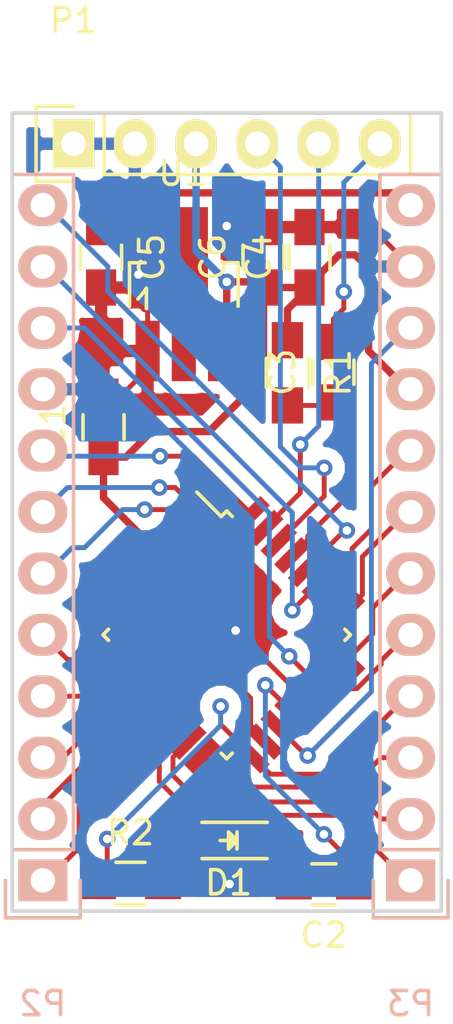
<source format=kicad_pcb>
(kicad_pcb (version 4) (host pcbnew 4.0.1-stable)

  (general
    (links 54)
    (no_connects 0)
    (area 99.799724 94.0002 123.323134 136.9898)
    (thickness 1.6)
    (drawings 4)
    (tracks 250)
    (zones 0)
    (modules 14)
    (nets 32)
  )

  (page A4)
  (layers
    (0 F.Cu signal)
    (31 B.Cu signal)
    (32 B.Adhes user)
    (33 F.Adhes user)
    (34 B.Paste user)
    (35 F.Paste user)
    (36 B.SilkS user)
    (37 F.SilkS user)
    (38 B.Mask user)
    (39 F.Mask user)
    (40 Dwgs.User user)
    (41 Cmts.User user)
    (42 Eco1.User user)
    (43 Eco2.User user)
    (44 Edge.Cuts user)
    (45 Margin user)
    (46 B.CrtYd user hide)
    (47 F.CrtYd user hide)
    (48 B.Fab user hide)
    (49 F.Fab user hide)
  )

  (setup
    (last_trace_width 0.2032)
    (trace_clearance 0.2032)
    (zone_clearance 0.508)
    (zone_45_only no)
    (trace_min 0.1524)
    (segment_width 0.2)
    (edge_width 0.15)
    (via_size 0.6858)
    (via_drill 0.3556)
    (via_min_size 0.6858)
    (via_min_drill 0.3302)
    (uvia_size 0.3)
    (uvia_drill 0.1)
    (uvias_allowed no)
    (uvia_min_size 0.2)
    (uvia_min_drill 0.1)
    (pcb_text_width 0.3)
    (pcb_text_size 1.5 1.5)
    (mod_edge_width 0.15)
    (mod_text_size 1 1)
    (mod_text_width 0.15)
    (pad_size 1.524 1.524)
    (pad_drill 0.762)
    (pad_to_mask_clearance 0.2)
    (aux_axis_origin 0 0)
    (visible_elements FFFFF77F)
    (pcbplotparams
      (layerselection 0x00030_80000001)
      (usegerberextensions false)
      (excludeedgelayer true)
      (linewidth 0.101600)
      (plotframeref false)
      (viasonmask false)
      (mode 1)
      (useauxorigin false)
      (hpglpennumber 1)
      (hpglpenspeed 20)
      (hpglpendiameter 15)
      (hpglpenoverlay 2)
      (psnegative false)
      (psa4output false)
      (plotreference true)
      (plotvalue true)
      (plotinvisibletext false)
      (padsonsilk false)
      (subtractmaskfromsilk false)
      (outputformat 1)
      (mirror false)
      (drillshape 1)
      (scaleselection 1)
      (outputdirectory ""))
  )

  (net 0 "")
  (net 1 VCC)
  (net 2 GND)
  (net 3 /AREF)
  (net 4 DTR)
  (net 5 "Net-(D1-Pad2)")
  (net 6 D3)
  (net 7 D4)
  (net 8 "Net-(IC1-Pad7)")
  (net 9 "Net-(IC1-Pad8)")
  (net 10 D5)
  (net 11 D6)
  (net 12 D7)
  (net 13 D8)
  (net 14 D9)
  (net 15 D10)
  (net 16 MOSI)
  (net 17 MISO)
  (net 18 SCK)
  (net 19 A6)
  (net 20 A7)
  (net 21 A0)
  (net 22 A1)
  (net 23 A2)
  (net 24 A3)
  (net 25 A4)
  (net 26 A5)
  (net 27 RXI)
  (net 28 TXO)
  (net 29 D2)
  (net 30 /RESET)
  (net 31 RAW)

  (net_class Default "This is the default net class."
    (clearance 0.2032)
    (trace_width 0.2032)
    (via_dia 0.6858)
    (via_drill 0.3556)
    (uvia_dia 0.3)
    (uvia_drill 0.1)
    (add_net /AREF)
    (add_net /RESET)
    (add_net A0)
    (add_net A1)
    (add_net A2)
    (add_net A3)
    (add_net A4)
    (add_net A5)
    (add_net A6)
    (add_net A7)
    (add_net D10)
    (add_net D2)
    (add_net D3)
    (add_net D4)
    (add_net D5)
    (add_net D6)
    (add_net D7)
    (add_net D8)
    (add_net D9)
    (add_net DTR)
    (add_net GND)
    (add_net MISO)
    (add_net MOSI)
    (add_net "Net-(D1-Pad2)")
    (add_net "Net-(IC1-Pad7)")
    (add_net "Net-(IC1-Pad8)")
    (add_net RXI)
    (add_net SCK)
    (add_net TXO)
  )

  (net_class RAW ""
    (clearance 0.3048)
    (trace_width 0.3048)
    (via_dia 0.6858)
    (via_drill 0.3556)
    (uvia_dia 0.3)
    (uvia_drill 0.1)
    (add_net RAW)
  )

  (net_class VCC ""
    (clearance 0.3048)
    (trace_width 0.3048)
    (via_dia 0.6858)
    (via_drill 0.3556)
    (uvia_dia 0.3)
    (uvia_drill 0.1)
    (add_net VCC)
  )

  (module Housings_QFP:TQFP-32_7x7mm_Pitch0.8mm placed (layer F.Cu) (tedit 5736FD42) (tstamp 5736F9CD)
    (at 110.49 120.65 315)
    (descr "32-Lead Plastic Thin Quad Flatpack (PT) - 7x7x1.0 mm Body, 2.00 mm [TQFP] (see Microchip Packaging Specification 00000049BS.pdf)")
    (tags "QFP 0.8")
    (path /5736ECBF)
    (clearance 0.2032)
    (attr smd)
    (fp_text reference IC1 (at 0 0 315) (layer F.SilkS) hide
      (effects (font (size 1 1) (thickness 0.15)))
    )
    (fp_text value ATMEGA328P-A (at 0 6.05 315) (layer F.Fab) hide
      (effects (font (size 1 1) (thickness 0.15)))
    )
    (fp_line (start -5.3 -5.3) (end -5.3 5.3) (layer F.CrtYd) (width 0.05))
    (fp_line (start 5.3 -5.3) (end 5.3 5.3) (layer F.CrtYd) (width 0.05))
    (fp_line (start -5.3 -5.3) (end 5.3 -5.3) (layer F.CrtYd) (width 0.05))
    (fp_line (start -5.3 5.3) (end 5.3 5.3) (layer F.CrtYd) (width 0.05))
    (fp_line (start -3.625 -3.625) (end -3.625 -3.3) (layer F.SilkS) (width 0.15))
    (fp_line (start 3.625 -3.625) (end 3.625 -3.3) (layer F.SilkS) (width 0.15))
    (fp_line (start 3.625 3.625) (end 3.625 3.3) (layer F.SilkS) (width 0.15))
    (fp_line (start -3.625 3.625) (end -3.625 3.3) (layer F.SilkS) (width 0.15))
    (fp_line (start -3.625 -3.625) (end -3.3 -3.625) (layer F.SilkS) (width 0.15))
    (fp_line (start -3.625 3.625) (end -3.3 3.625) (layer F.SilkS) (width 0.15))
    (fp_line (start 3.625 3.625) (end 3.3 3.625) (layer F.SilkS) (width 0.15))
    (fp_line (start 3.625 -3.625) (end 3.3 -3.625) (layer F.SilkS) (width 0.15))
    (fp_line (start -3.625 -3.3) (end -5.05 -3.3) (layer F.SilkS) (width 0.15))
    (pad 1 smd rect (at -4.25 -2.8 315) (size 1.6 0.55) (layers F.Cu F.Paste F.Mask)
      (net 6 D3))
    (pad 2 smd rect (at -4.25 -2 315) (size 1.6 0.55) (layers F.Cu F.Paste F.Mask)
      (net 7 D4))
    (pad 3 smd rect (at -4.25 -1.2 315) (size 1.6 0.55) (layers F.Cu F.Paste F.Mask)
      (net 2 GND))
    (pad 4 smd rect (at -4.25 -0.4 315) (size 1.6 0.55) (layers F.Cu F.Paste F.Mask)
      (net 1 VCC))
    (pad 5 smd rect (at -4.25 0.4 315) (size 1.6 0.55) (layers F.Cu F.Paste F.Mask)
      (net 2 GND))
    (pad 6 smd rect (at -4.25 1.2 315) (size 1.6 0.55) (layers F.Cu F.Paste F.Mask)
      (net 1 VCC))
    (pad 7 smd rect (at -4.25 2 315) (size 1.6 0.55) (layers F.Cu F.Paste F.Mask)
      (net 8 "Net-(IC1-Pad7)"))
    (pad 8 smd rect (at -4.25 2.8 315) (size 1.6 0.55) (layers F.Cu F.Paste F.Mask)
      (net 9 "Net-(IC1-Pad8)"))
    (pad 9 smd rect (at -2.8 4.25 45) (size 1.6 0.55) (layers F.Cu F.Paste F.Mask)
      (net 10 D5))
    (pad 10 smd rect (at -2 4.25 45) (size 1.6 0.55) (layers F.Cu F.Paste F.Mask)
      (net 11 D6))
    (pad 11 smd rect (at -1.2 4.25 45) (size 1.6 0.55) (layers F.Cu F.Paste F.Mask)
      (net 12 D7))
    (pad 12 smd rect (at -0.4 4.25 45) (size 1.6 0.55) (layers F.Cu F.Paste F.Mask)
      (net 13 D8))
    (pad 13 smd rect (at 0.4 4.25 45) (size 1.6 0.55) (layers F.Cu F.Paste F.Mask)
      (net 14 D9))
    (pad 14 smd rect (at 1.2 4.25 45) (size 1.6 0.55) (layers F.Cu F.Paste F.Mask)
      (net 15 D10))
    (pad 15 smd rect (at 2 4.25 45) (size 1.6 0.55) (layers F.Cu F.Paste F.Mask)
      (net 16 MOSI))
    (pad 16 smd rect (at 2.8 4.25 45) (size 1.6 0.55) (layers F.Cu F.Paste F.Mask)
      (net 17 MISO))
    (pad 17 smd rect (at 4.25 2.8 315) (size 1.6 0.55) (layers F.Cu F.Paste F.Mask)
      (net 18 SCK))
    (pad 18 smd rect (at 4.25 2 315) (size 1.6 0.55) (layers F.Cu F.Paste F.Mask)
      (net 1 VCC))
    (pad 19 smd rect (at 4.25 1.2 315) (size 1.6 0.55) (layers F.Cu F.Paste F.Mask)
      (net 19 A6))
    (pad 20 smd rect (at 4.25 0.4 315) (size 1.6 0.55) (layers F.Cu F.Paste F.Mask)
      (net 3 /AREF))
    (pad 21 smd rect (at 4.25 -0.4 315) (size 1.6 0.55) (layers F.Cu F.Paste F.Mask)
      (net 2 GND))
    (pad 22 smd rect (at 4.25 -1.2 315) (size 1.6 0.55) (layers F.Cu F.Paste F.Mask)
      (net 20 A7))
    (pad 23 smd rect (at 4.25 -2 315) (size 1.6 0.55) (layers F.Cu F.Paste F.Mask)
      (net 21 A0))
    (pad 24 smd rect (at 4.25 -2.8 315) (size 1.6 0.55) (layers F.Cu F.Paste F.Mask)
      (net 22 A1))
    (pad 25 smd rect (at 2.8 -4.25 45) (size 1.6 0.55) (layers F.Cu F.Paste F.Mask)
      (net 23 A2))
    (pad 26 smd rect (at 2 -4.25 45) (size 1.6 0.55) (layers F.Cu F.Paste F.Mask)
      (net 24 A3))
    (pad 27 smd rect (at 1.2 -4.25 45) (size 1.6 0.55) (layers F.Cu F.Paste F.Mask)
      (net 25 A4))
    (pad 28 smd rect (at 0.4 -4.25 45) (size 1.6 0.55) (layers F.Cu F.Paste F.Mask)
      (net 26 A5))
    (pad 29 smd rect (at -0.4 -4.25 45) (size 1.6 0.55) (layers F.Cu F.Paste F.Mask)
      (net 30 /RESET))
    (pad 30 smd rect (at -1.2 -4.25 45) (size 1.6 0.55) (layers F.Cu F.Paste F.Mask)
      (net 27 RXI))
    (pad 31 smd rect (at -2 -4.25 45) (size 1.6 0.55) (layers F.Cu F.Paste F.Mask)
      (net 28 TXO))
    (pad 32 smd rect (at -2.8 -4.25 45) (size 1.6 0.55) (layers F.Cu F.Paste F.Mask)
      (net 29 D2))
    (model Housings_QFP.3dshapes/TQFP-32_7x7mm_Pitch0.8mm.wrl
      (at (xyz 0 0 0))
      (scale (xyz 1 1 1))
      (rotate (xyz 0 0 0))
    )
  )

  (module Capacitors_SMD:C_0805_HandSoldering placed (layer F.Cu) (tedit 541A9B8D) (tstamp 5736F991)
    (at 105.3846 112.0448 90)
    (descr "Capacitor SMD 0805, hand soldering")
    (tags "capacitor 0805")
    (path /5736F15E)
    (attr smd)
    (fp_text reference C1 (at 0 -2.1 90) (layer F.SilkS)
      (effects (font (size 1 1) (thickness 0.15)))
    )
    (fp_text value 0.1uF (at 0 2.1 90) (layer F.Fab)
      (effects (font (size 1 1) (thickness 0.15)))
    )
    (fp_line (start -2.3 -1) (end 2.3 -1) (layer F.CrtYd) (width 0.05))
    (fp_line (start -2.3 1) (end 2.3 1) (layer F.CrtYd) (width 0.05))
    (fp_line (start -2.3 -1) (end -2.3 1) (layer F.CrtYd) (width 0.05))
    (fp_line (start 2.3 -1) (end 2.3 1) (layer F.CrtYd) (width 0.05))
    (fp_line (start 0.5 -0.85) (end -0.5 -0.85) (layer F.SilkS) (width 0.15))
    (fp_line (start -0.5 0.85) (end 0.5 0.85) (layer F.SilkS) (width 0.15))
    (pad 1 smd rect (at -1.25 0 90) (size 1.5 1.25) (layers F.Cu F.Paste F.Mask)
      (net 1 VCC))
    (pad 2 smd rect (at 1.25 0 90) (size 1.5 1.25) (layers F.Cu F.Paste F.Mask)
      (net 2 GND))
    (model Capacitors_SMD.3dshapes/C_0805_HandSoldering.wrl
      (at (xyz 0 0 0))
      (scale (xyz 1 1 1))
      (rotate (xyz 0 0 0))
    )
  )

  (module Capacitors_SMD:C_0805_HandSoldering placed (layer F.Cu) (tedit 541A9B8D) (tstamp 5736F997)
    (at 114.5159 130.9751 180)
    (descr "Capacitor SMD 0805, hand soldering")
    (tags "capacitor 0805")
    (path /5736EFB7)
    (attr smd)
    (fp_text reference C2 (at 0 -2.1 180) (layer F.SilkS)
      (effects (font (size 1 1) (thickness 0.15)))
    )
    (fp_text value 0.1uF (at 0 2.1 180) (layer F.Fab)
      (effects (font (size 1 1) (thickness 0.15)))
    )
    (fp_line (start -2.3 -1) (end 2.3 -1) (layer F.CrtYd) (width 0.05))
    (fp_line (start -2.3 1) (end 2.3 1) (layer F.CrtYd) (width 0.05))
    (fp_line (start -2.3 -1) (end -2.3 1) (layer F.CrtYd) (width 0.05))
    (fp_line (start 2.3 -1) (end 2.3 1) (layer F.CrtYd) (width 0.05))
    (fp_line (start 0.5 -0.85) (end -0.5 -0.85) (layer F.SilkS) (width 0.15))
    (fp_line (start -0.5 0.85) (end 0.5 0.85) (layer F.SilkS) (width 0.15))
    (pad 1 smd rect (at -1.25 0 180) (size 1.5 1.25) (layers F.Cu F.Paste F.Mask)
      (net 3 /AREF))
    (pad 2 smd rect (at 1.25 0 180) (size 1.5 1.25) (layers F.Cu F.Paste F.Mask)
      (net 2 GND))
    (model Capacitors_SMD.3dshapes/C_0805_HandSoldering.wrl
      (at (xyz 0 0 0))
      (scale (xyz 1 1 1))
      (rotate (xyz 0 0 0))
    )
  )

  (module Capacitors_SMD:C_0805_HandSoldering placed (layer F.Cu) (tedit 541A9B8D) (tstamp 5736F99D)
    (at 114.9096 109.7842 90)
    (descr "Capacitor SMD 0805, hand soldering")
    (tags "capacitor 0805")
    (path /5736F5A2)
    (attr smd)
    (fp_text reference C3 (at 0 -2.1 90) (layer F.SilkS)
      (effects (font (size 1 1) (thickness 0.15)))
    )
    (fp_text value 0.1uF (at 0 2.1 90) (layer F.Fab)
      (effects (font (size 1 1) (thickness 0.15)))
    )
    (fp_line (start -2.3 -1) (end 2.3 -1) (layer F.CrtYd) (width 0.05))
    (fp_line (start -2.3 1) (end 2.3 1) (layer F.CrtYd) (width 0.05))
    (fp_line (start -2.3 -1) (end -2.3 1) (layer F.CrtYd) (width 0.05))
    (fp_line (start 2.3 -1) (end 2.3 1) (layer F.CrtYd) (width 0.05))
    (fp_line (start 0.5 -0.85) (end -0.5 -0.85) (layer F.SilkS) (width 0.15))
    (fp_line (start -0.5 0.85) (end 0.5 0.85) (layer F.SilkS) (width 0.15))
    (pad 1 smd rect (at -1.25 0 90) (size 1.5 1.25) (layers F.Cu F.Paste F.Mask)
      (net 30 /RESET))
    (pad 2 smd rect (at 1.25 0 90) (size 1.5 1.25) (layers F.Cu F.Paste F.Mask)
      (net 4 DTR))
    (model Capacitors_SMD.3dshapes/C_0805_HandSoldering.wrl
      (at (xyz 0 0 0))
      (scale (xyz 1 1 1))
      (rotate (xyz 0 0 0))
    )
  )

  (module Capacitors_SMD:C_0805_HandSoldering placed (layer F.Cu) (tedit 541A9B8D) (tstamp 5736F9A3)
    (at 113.919 105.029 90)
    (descr "Capacitor SMD 0805, hand soldering")
    (tags "capacitor 0805")
    (path /573704E0)
    (attr smd)
    (fp_text reference C4 (at 0 -2.1 90) (layer F.SilkS)
      (effects (font (size 1 1) (thickness 0.15)))
    )
    (fp_text value 10uF (at 0 2.1 90) (layer F.Fab)
      (effects (font (size 1 1) (thickness 0.15)))
    )
    (fp_line (start -2.3 -1) (end 2.3 -1) (layer F.CrtYd) (width 0.05))
    (fp_line (start -2.3 1) (end 2.3 1) (layer F.CrtYd) (width 0.05))
    (fp_line (start -2.3 -1) (end -2.3 1) (layer F.CrtYd) (width 0.05))
    (fp_line (start 2.3 -1) (end 2.3 1) (layer F.CrtYd) (width 0.05))
    (fp_line (start 0.5 -0.85) (end -0.5 -0.85) (layer F.SilkS) (width 0.15))
    (fp_line (start -0.5 0.85) (end 0.5 0.85) (layer F.SilkS) (width 0.15))
    (pad 1 smd rect (at -1.25 0 90) (size 1.5 1.25) (layers F.Cu F.Paste F.Mask)
      (net 1 VCC))
    (pad 2 smd rect (at 1.25 0 90) (size 1.5 1.25) (layers F.Cu F.Paste F.Mask)
      (net 2 GND))
    (model Capacitors_SMD.3dshapes/C_0805_HandSoldering.wrl
      (at (xyz 0 0 0))
      (scale (xyz 1 1 1))
      (rotate (xyz 0 0 0))
    )
  )

  (module LEDs:LED_0805 placed (layer F.Cu) (tedit 55BDE1C2) (tstamp 5736F9A9)
    (at 110.5662 129.159 180)
    (descr "LED 0805 smd package")
    (tags "LED 0805 SMD")
    (path /5736F22A)
    (attr smd)
    (fp_text reference D1 (at 0 -1.75 180) (layer F.SilkS)
      (effects (font (size 1 1) (thickness 0.15)))
    )
    (fp_text value LED (at 0 1.75 180) (layer F.Fab)
      (effects (font (size 1 1) (thickness 0.15)))
    )
    (fp_line (start -1.6 0.75) (end 1.1 0.75) (layer F.SilkS) (width 0.15))
    (fp_line (start -1.6 -0.75) (end 1.1 -0.75) (layer F.SilkS) (width 0.15))
    (fp_line (start -0.1 0.15) (end -0.1 -0.1) (layer F.SilkS) (width 0.15))
    (fp_line (start -0.1 -0.1) (end -0.25 0.05) (layer F.SilkS) (width 0.15))
    (fp_line (start -0.35 -0.35) (end -0.35 0.35) (layer F.SilkS) (width 0.15))
    (fp_line (start 0 0) (end 0.35 0) (layer F.SilkS) (width 0.15))
    (fp_line (start -0.35 0) (end 0 -0.35) (layer F.SilkS) (width 0.15))
    (fp_line (start 0 -0.35) (end 0 0.35) (layer F.SilkS) (width 0.15))
    (fp_line (start 0 0.35) (end -0.35 0) (layer F.SilkS) (width 0.15))
    (fp_line (start 1.9 -0.95) (end 1.9 0.95) (layer F.CrtYd) (width 0.05))
    (fp_line (start 1.9 0.95) (end -1.9 0.95) (layer F.CrtYd) (width 0.05))
    (fp_line (start -1.9 0.95) (end -1.9 -0.95) (layer F.CrtYd) (width 0.05))
    (fp_line (start -1.9 -0.95) (end 1.9 -0.95) (layer F.CrtYd) (width 0.05))
    (pad 2 smd rect (at 1.04902 0) (size 1.19888 1.19888) (layers F.Cu F.Paste F.Mask)
      (net 5 "Net-(D1-Pad2)"))
    (pad 1 smd rect (at -1.04902 0) (size 1.19888 1.19888) (layers F.Cu F.Paste F.Mask)
      (net 2 GND))
    (model LEDs.3dshapes/LED_0805.wrl
      (at (xyz 0 0 0))
      (scale (xyz 1 1 1))
      (rotate (xyz 0 0 0))
    )
  )

  (module Socket_Strips:Socket_Strip_Straight_1x06 placed (layer F.Cu) (tedit 0) (tstamp 5736F9D7)
    (at 104.14 100.33)
    (descr "Through hole socket strip")
    (tags "socket strip")
    (path /5736F7C9)
    (fp_text reference P1 (at 0 -5.1) (layer F.SilkS)
      (effects (font (size 1 1) (thickness 0.15)))
    )
    (fp_text value FTDI (at 0 -3.1) (layer F.Fab)
      (effects (font (size 1 1) (thickness 0.15)))
    )
    (fp_line (start -1.75 -1.75) (end -1.75 1.75) (layer F.CrtYd) (width 0.05))
    (fp_line (start 14.45 -1.75) (end 14.45 1.75) (layer F.CrtYd) (width 0.05))
    (fp_line (start -1.75 -1.75) (end 14.45 -1.75) (layer F.CrtYd) (width 0.05))
    (fp_line (start -1.75 1.75) (end 14.45 1.75) (layer F.CrtYd) (width 0.05))
    (fp_line (start 1.27 1.27) (end 13.97 1.27) (layer F.SilkS) (width 0.15))
    (fp_line (start 13.97 1.27) (end 13.97 -1.27) (layer F.SilkS) (width 0.15))
    (fp_line (start 13.97 -1.27) (end 1.27 -1.27) (layer F.SilkS) (width 0.15))
    (fp_line (start -1.55 1.55) (end 0 1.55) (layer F.SilkS) (width 0.15))
    (fp_line (start 1.27 1.27) (end 1.27 -1.27) (layer F.SilkS) (width 0.15))
    (fp_line (start 0 -1.55) (end -1.55 -1.55) (layer F.SilkS) (width 0.15))
    (fp_line (start -1.55 -1.55) (end -1.55 1.55) (layer F.SilkS) (width 0.15))
    (pad 1 thru_hole rect (at 0 0) (size 1.7272 2.032) (drill 1.016) (layers *.Cu *.Mask F.SilkS)
      (net 2 GND))
    (pad 2 thru_hole oval (at 2.54 0) (size 1.7272 2.032) (drill 1.016) (layers *.Cu *.Mask F.SilkS)
      (net 2 GND))
    (pad 3 thru_hole oval (at 5.08 0) (size 1.7272 2.032) (drill 1.016) (layers *.Cu *.Mask F.SilkS)
      (net 1 VCC))
    (pad 4 thru_hole oval (at 7.62 0) (size 1.7272 2.032) (drill 1.016) (layers *.Cu *.Mask F.SilkS)
      (net 27 RXI))
    (pad 5 thru_hole oval (at 10.16 0) (size 1.7272 2.032) (drill 1.016) (layers *.Cu *.Mask F.SilkS)
      (net 28 TXO))
    (pad 6 thru_hole oval (at 12.7 0) (size 1.7272 2.032) (drill 1.016) (layers *.Cu *.Mask F.SilkS)
      (net 4 DTR))
    (model Socket_Strips.3dshapes/Socket_Strip_Straight_1x06.wrl
      (at (xyz 0.25 0 0))
      (scale (xyz 1 1 1))
      (rotate (xyz 0 0 180))
    )
  )

  (module Pin_Headers:Pin_Header_Straight_1x12 placed (layer B.Cu) (tedit 0) (tstamp 5736F9E7)
    (at 102.87 130.81)
    (descr "Through hole pin header")
    (tags "pin header")
    (path /5736FC5A)
    (fp_text reference P2 (at 0 5.1) (layer B.SilkS)
      (effects (font (size 1 1) (thickness 0.15)) (justify mirror))
    )
    (fp_text value DIGITAL (at 0 3.1) (layer B.Fab)
      (effects (font (size 1 1) (thickness 0.15)) (justify mirror))
    )
    (fp_line (start -1.75 1.75) (end -1.75 -29.7) (layer B.CrtYd) (width 0.05))
    (fp_line (start 1.75 1.75) (end 1.75 -29.7) (layer B.CrtYd) (width 0.05))
    (fp_line (start -1.75 1.75) (end 1.75 1.75) (layer B.CrtYd) (width 0.05))
    (fp_line (start -1.75 -29.7) (end 1.75 -29.7) (layer B.CrtYd) (width 0.05))
    (fp_line (start 1.27 -1.27) (end 1.27 -29.21) (layer B.SilkS) (width 0.15))
    (fp_line (start 1.27 -29.21) (end -1.27 -29.21) (layer B.SilkS) (width 0.15))
    (fp_line (start -1.27 -29.21) (end -1.27 -1.27) (layer B.SilkS) (width 0.15))
    (fp_line (start 1.55 1.55) (end 1.55 0) (layer B.SilkS) (width 0.15))
    (fp_line (start 1.27 -1.27) (end -1.27 -1.27) (layer B.SilkS) (width 0.15))
    (fp_line (start -1.55 0) (end -1.55 1.55) (layer B.SilkS) (width 0.15))
    (fp_line (start -1.55 1.55) (end 1.55 1.55) (layer B.SilkS) (width 0.15))
    (pad 1 thru_hole rect (at 0 0) (size 2.032 1.7272) (drill 1.016) (layers *.Cu *.Mask B.SilkS)
      (net 14 D9))
    (pad 2 thru_hole oval (at 0 -2.54) (size 2.032 1.7272) (drill 1.016) (layers *.Cu *.Mask B.SilkS)
      (net 13 D8))
    (pad 3 thru_hole oval (at 0 -5.08) (size 2.032 1.7272) (drill 1.016) (layers *.Cu *.Mask B.SilkS)
      (net 12 D7))
    (pad 4 thru_hole oval (at 0 -7.62) (size 2.032 1.7272) (drill 1.016) (layers *.Cu *.Mask B.SilkS)
      (net 11 D6))
    (pad 5 thru_hole oval (at 0 -10.16) (size 2.032 1.7272) (drill 1.016) (layers *.Cu *.Mask B.SilkS)
      (net 10 D5))
    (pad 6 thru_hole oval (at 0 -12.7) (size 2.032 1.7272) (drill 1.016) (layers *.Cu *.Mask B.SilkS)
      (net 7 D4))
    (pad 7 thru_hole oval (at 0 -15.24) (size 2.032 1.7272) (drill 1.016) (layers *.Cu *.Mask B.SilkS)
      (net 6 D3))
    (pad 8 thru_hole oval (at 0 -17.78) (size 2.032 1.7272) (drill 1.016) (layers *.Cu *.Mask B.SilkS)
      (net 29 D2))
    (pad 9 thru_hole oval (at 0 -20.32) (size 2.032 1.7272) (drill 1.016) (layers *.Cu *.Mask B.SilkS)
      (net 2 GND))
    (pad 10 thru_hole oval (at 0 -22.86) (size 2.032 1.7272) (drill 1.016) (layers *.Cu *.Mask B.SilkS)
      (net 20 A7))
    (pad 11 thru_hole oval (at 0 -25.4) (size 2.032 1.7272) (drill 1.016) (layers *.Cu *.Mask B.SilkS)
      (net 25 A4))
    (pad 12 thru_hole oval (at 0 -27.94) (size 2.032 1.7272) (drill 1.016) (layers *.Cu *.Mask B.SilkS)
      (net 26 A5))
    (model Pin_Headers.3dshapes/Pin_Header_Straight_1x12.wrl
      (at (xyz 0 -0.55 0))
      (scale (xyz 1 1 1))
      (rotate (xyz 0 0 90))
    )
  )

  (module Pin_Headers:Pin_Header_Straight_1x12 placed (layer B.Cu) (tedit 0) (tstamp 5736F9F7)
    (at 118.11 130.81)
    (descr "Through hole pin header")
    (tags "pin header")
    (path /5736FF21)
    (fp_text reference P3 (at 0 5.1) (layer B.SilkS)
      (effects (font (size 1 1) (thickness 0.15)) (justify mirror))
    )
    (fp_text value CONN_01X12 (at 0 3.1) (layer B.Fab)
      (effects (font (size 1 1) (thickness 0.15)) (justify mirror))
    )
    (fp_line (start -1.75 1.75) (end -1.75 -29.7) (layer B.CrtYd) (width 0.05))
    (fp_line (start 1.75 1.75) (end 1.75 -29.7) (layer B.CrtYd) (width 0.05))
    (fp_line (start -1.75 1.75) (end 1.75 1.75) (layer B.CrtYd) (width 0.05))
    (fp_line (start -1.75 -29.7) (end 1.75 -29.7) (layer B.CrtYd) (width 0.05))
    (fp_line (start 1.27 -1.27) (end 1.27 -29.21) (layer B.SilkS) (width 0.15))
    (fp_line (start 1.27 -29.21) (end -1.27 -29.21) (layer B.SilkS) (width 0.15))
    (fp_line (start -1.27 -29.21) (end -1.27 -1.27) (layer B.SilkS) (width 0.15))
    (fp_line (start 1.55 1.55) (end 1.55 0) (layer B.SilkS) (width 0.15))
    (fp_line (start 1.27 -1.27) (end -1.27 -1.27) (layer B.SilkS) (width 0.15))
    (fp_line (start -1.55 0) (end -1.55 1.55) (layer B.SilkS) (width 0.15))
    (fp_line (start -1.55 1.55) (end 1.55 1.55) (layer B.SilkS) (width 0.15))
    (pad 1 thru_hole rect (at 0 0) (size 2.032 1.7272) (drill 1.016) (layers *.Cu *.Mask B.SilkS)
      (net 15 D10))
    (pad 2 thru_hole oval (at 0 -2.54) (size 2.032 1.7272) (drill 1.016) (layers *.Cu *.Mask B.SilkS)
      (net 16 MOSI))
    (pad 3 thru_hole oval (at 0 -5.08) (size 2.032 1.7272) (drill 1.016) (layers *.Cu *.Mask B.SilkS)
      (net 17 MISO))
    (pad 4 thru_hole oval (at 0 -7.62) (size 2.032 1.7272) (drill 1.016) (layers *.Cu *.Mask B.SilkS)
      (net 18 SCK))
    (pad 5 thru_hole oval (at 0 -10.16) (size 2.032 1.7272) (drill 1.016) (layers *.Cu *.Mask B.SilkS)
      (net 21 A0))
    (pad 6 thru_hole oval (at 0 -12.7) (size 2.032 1.7272) (drill 1.016) (layers *.Cu *.Mask B.SilkS)
      (net 22 A1))
    (pad 7 thru_hole oval (at 0 -15.24) (size 2.032 1.7272) (drill 1.016) (layers *.Cu *.Mask B.SilkS)
      (net 23 A2))
    (pad 8 thru_hole oval (at 0 -17.78) (size 2.032 1.7272) (drill 1.016) (layers *.Cu *.Mask B.SilkS)
      (net 24 A3))
    (pad 9 thru_hole oval (at 0 -20.32) (size 2.032 1.7272) (drill 1.016) (layers *.Cu *.Mask B.SilkS)
      (net 1 VCC))
    (pad 10 thru_hole oval (at 0 -22.86) (size 2.032 1.7272) (drill 1.016) (layers *.Cu *.Mask B.SilkS)
      (net 19 A6))
    (pad 11 thru_hole oval (at 0 -25.4) (size 2.032 1.7272) (drill 1.016) (layers *.Cu *.Mask B.SilkS)
      (net 2 GND))
    (pad 12 thru_hole oval (at 0 -27.94) (size 2.032 1.7272) (drill 1.016) (layers *.Cu *.Mask B.SilkS)
      (net 31 RAW))
    (model Pin_Headers.3dshapes/Pin_Header_Straight_1x12.wrl
      (at (xyz 0 -0.55 0))
      (scale (xyz 1 1 1))
      (rotate (xyz 0 0 90))
    )
  )

  (module Resistors_SMD:R_0805_HandSoldering placed (layer F.Cu) (tedit 54189DEE) (tstamp 5736F9FD)
    (at 113.0046 109.808 270)
    (descr "Resistor SMD 0805, hand soldering")
    (tags "resistor 0805")
    (path /5736F4EB)
    (attr smd)
    (fp_text reference R1 (at 0 -2.1 270) (layer F.SilkS)
      (effects (font (size 1 1) (thickness 0.15)))
    )
    (fp_text value 10K (at 0 2.1 270) (layer F.Fab)
      (effects (font (size 1 1) (thickness 0.15)))
    )
    (fp_line (start -2.4 -1) (end 2.4 -1) (layer F.CrtYd) (width 0.05))
    (fp_line (start -2.4 1) (end 2.4 1) (layer F.CrtYd) (width 0.05))
    (fp_line (start -2.4 -1) (end -2.4 1) (layer F.CrtYd) (width 0.05))
    (fp_line (start 2.4 -1) (end 2.4 1) (layer F.CrtYd) (width 0.05))
    (fp_line (start 0.6 0.875) (end -0.6 0.875) (layer F.SilkS) (width 0.15))
    (fp_line (start -0.6 -0.875) (end 0.6 -0.875) (layer F.SilkS) (width 0.15))
    (pad 1 smd rect (at -1.35 0 270) (size 1.5 1.3) (layers F.Cu F.Paste F.Mask)
      (net 1 VCC))
    (pad 2 smd rect (at 1.35 0 270) (size 1.5 1.3) (layers F.Cu F.Paste F.Mask)
      (net 30 /RESET))
    (model Resistors_SMD.3dshapes/R_0805_HandSoldering.wrl
      (at (xyz 0 0 0))
      (scale (xyz 1 1 1))
      (rotate (xyz 0 0 0))
    )
  )

  (module Resistors_SMD:R_0805_HandSoldering placed (layer F.Cu) (tedit 54189DEE) (tstamp 5736FA03)
    (at 106.5022 130.937)
    (descr "Resistor SMD 0805, hand soldering")
    (tags "resistor 0805")
    (path /5736F2E4)
    (attr smd)
    (fp_text reference R2 (at 0 -2.1) (layer F.SilkS)
      (effects (font (size 1 1) (thickness 0.15)))
    )
    (fp_text value 820 (at 0 2.1) (layer F.Fab)
      (effects (font (size 1 1) (thickness 0.15)))
    )
    (fp_line (start -2.4 -1) (end 2.4 -1) (layer F.CrtYd) (width 0.05))
    (fp_line (start -2.4 1) (end 2.4 1) (layer F.CrtYd) (width 0.05))
    (fp_line (start -2.4 -1) (end -2.4 1) (layer F.CrtYd) (width 0.05))
    (fp_line (start 2.4 -1) (end 2.4 1) (layer F.CrtYd) (width 0.05))
    (fp_line (start 0.6 0.875) (end -0.6 0.875) (layer F.SilkS) (width 0.15))
    (fp_line (start -0.6 -0.875) (end 0.6 -0.875) (layer F.SilkS) (width 0.15))
    (pad 1 smd rect (at -1.35 0) (size 1.5 1.3) (layers F.Cu F.Paste F.Mask)
      (net 18 SCK))
    (pad 2 smd rect (at 1.35 0) (size 1.5 1.3) (layers F.Cu F.Paste F.Mask)
      (net 5 "Net-(D1-Pad2)"))
    (model Resistors_SMD.3dshapes/R_0805_HandSoldering.wrl
      (at (xyz 0 0 0))
      (scale (xyz 1 1 1))
      (rotate (xyz 0 0 0))
    )
  )

  (module Capacitors_SMD:C_0805_HandSoldering (layer F.Cu) (tedit 541A9B8D) (tstamp 573735CB)
    (at 105.283 105.029 270)
    (descr "Capacitor SMD 0805, hand soldering")
    (tags "capacitor 0805")
    (path /57373849)
    (attr smd)
    (fp_text reference C5 (at 0 -2.1 270) (layer F.SilkS)
      (effects (font (size 1 1) (thickness 0.15)))
    )
    (fp_text value 1uF (at 0 2.1 270) (layer F.Fab)
      (effects (font (size 1 1) (thickness 0.15)))
    )
    (fp_line (start -2.3 -1) (end 2.3 -1) (layer F.CrtYd) (width 0.05))
    (fp_line (start -2.3 1) (end 2.3 1) (layer F.CrtYd) (width 0.05))
    (fp_line (start -2.3 -1) (end -2.3 1) (layer F.CrtYd) (width 0.05))
    (fp_line (start 2.3 -1) (end 2.3 1) (layer F.CrtYd) (width 0.05))
    (fp_line (start 0.5 -0.85) (end -0.5 -0.85) (layer F.SilkS) (width 0.15))
    (fp_line (start -0.5 0.85) (end 0.5 0.85) (layer F.SilkS) (width 0.15))
    (pad 1 smd rect (at -1.25 0 270) (size 1.5 1.25) (layers F.Cu F.Paste F.Mask)
      (net 31 RAW))
    (pad 2 smd rect (at 1.25 0 270) (size 1.5 1.25) (layers F.Cu F.Paste F.Mask)
      (net 2 GND))
    (model Capacitors_SMD.3dshapes/C_0805_HandSoldering.wrl
      (at (xyz 0 0 0))
      (scale (xyz 1 1 1))
      (rotate (xyz 0 0 0))
    )
  )

  (module Capacitors_SMD:C_0805_HandSoldering (layer F.Cu) (tedit 541A9B8D) (tstamp 573735D1)
    (at 112.014 105.029 90)
    (descr "Capacitor SMD 0805, hand soldering")
    (tags "capacitor 0805")
    (path /573737E7)
    (attr smd)
    (fp_text reference C6 (at 0 -2.1 90) (layer F.SilkS)
      (effects (font (size 1 1) (thickness 0.15)))
    )
    (fp_text value 1uF (at 0 2.1 90) (layer F.Fab)
      (effects (font (size 1 1) (thickness 0.15)))
    )
    (fp_line (start -2.3 -1) (end 2.3 -1) (layer F.CrtYd) (width 0.05))
    (fp_line (start -2.3 1) (end 2.3 1) (layer F.CrtYd) (width 0.05))
    (fp_line (start -2.3 -1) (end -2.3 1) (layer F.CrtYd) (width 0.05))
    (fp_line (start 2.3 -1) (end 2.3 1) (layer F.CrtYd) (width 0.05))
    (fp_line (start 0.5 -0.85) (end -0.5 -0.85) (layer F.SilkS) (width 0.15))
    (fp_line (start -0.5 0.85) (end 0.5 0.85) (layer F.SilkS) (width 0.15))
    (pad 1 smd rect (at -1.25 0 90) (size 1.5 1.25) (layers F.Cu F.Paste F.Mask)
      (net 1 VCC))
    (pad 2 smd rect (at 1.25 0 90) (size 1.5 1.25) (layers F.Cu F.Paste F.Mask)
      (net 2 GND))
    (model Capacitors_SMD.3dshapes/C_0805_HandSoldering.wrl
      (at (xyz 0 0 0))
      (scale (xyz 1 1 1))
      (rotate (xyz 0 0 0))
    )
  )

  (module TO_SOT_Packages_SMD:SOT89-3_Housing_Handsoldering (layer F.Cu) (tedit 0) (tstamp 573735DA)
    (at 108.712 106.553)
    (descr "SOT89-3, Housing, Handsoldering,")
    (tags "SOT89-3, Housing, Handsoldering,")
    (path /573733AD)
    (attr smd)
    (fp_text reference U1 (at -0.0508 -5.00126) (layer F.SilkS)
      (effects (font (size 1 1) (thickness 0.15)))
    )
    (fp_text value MCP1700T-3302E (at -0.14986 5.30098) (layer F.Fab)
      (effects (font (size 1 1) (thickness 0.15)))
    )
    (fp_line (start -1.89992 0.20066) (end -1.651 -0.09906) (layer F.SilkS) (width 0.15))
    (fp_line (start -1.651 -0.09906) (end -1.5494 -0.24892) (layer F.SilkS) (width 0.15))
    (fp_line (start -1.5494 -0.24892) (end -1.5494 0.59944) (layer F.SilkS) (width 0.15))
    (fp_line (start -2.25044 -1.30048) (end -2.25044 0.50038) (layer F.SilkS) (width 0.15))
    (fp_line (start -2.25044 -1.30048) (end -1.6002 -1.30048) (layer F.SilkS) (width 0.15))
    (fp_line (start 2.25044 -1.30048) (end 2.25044 0.50038) (layer F.SilkS) (width 0.15))
    (fp_line (start 2.25044 -1.30048) (end 1.6002 -1.30048) (layer F.SilkS) (width 0.15))
    (pad 1 smd rect (at -1.50114 2.35204) (size 1.00076 2.5019) (layers F.Cu F.Paste F.Mask)
      (net 2 GND))
    (pad 2 smd rect (at 0 2.35204) (size 1.00076 2.5019) (layers F.Cu F.Paste F.Mask)
      (net 31 RAW))
    (pad 3 smd rect (at 1.50114 2.35204) (size 1.00076 2.5019) (layers F.Cu F.Paste F.Mask)
      (net 1 VCC))
    (pad 2 smd rect (at 0 -1.6002) (size 1.99898 4.0005) (layers F.Cu F.Paste F.Mask)
      (net 31 RAW))
    (pad 2 smd trapezoid (at 0 0.7493 180) (size 1.50114 0.7493) (rect_delta 0 0.50038 ) (layers F.Cu F.Paste F.Mask)
      (net 31 RAW))
    (model TO_SOT_Packages_SMD.3dshapes/SOT89-3_Housing_Handsoldering.wrl
      (at (xyz 0 0 0))
      (scale (xyz 0.3937 0.3937 0.3937))
      (rotate (xyz 0 0 0))
    )
  )

  (gr_line (start 119.38 132.08) (end 101.6 132.08) (angle 90) (layer Edge.Cuts) (width 0.15))
  (gr_line (start 119.38 99.06) (end 119.38 132.08) (angle 90) (layer Edge.Cuts) (width 0.15))
  (gr_line (start 101.6 99.06) (end 119.38 99.06) (angle 90) (layer Edge.Cuts) (width 0.15))
  (gr_line (start 101.6 99.06) (end 101.6 132.08) (angle 90) (layer Edge.Cuts) (width 0.15))

  (segment (start 115.1456 104.9274) (end 115.8113 104.9274) (width 0.3048) (layer F.Cu) (net 1))
  (segment (start 115.8113 104.9274) (end 116.3701 105.4862) (width 0.3048) (layer F.Cu) (net 1))
  (segment (start 113.919 106.279) (end 113.919 106.154) (width 0.3048) (layer F.Cu) (net 1))
  (segment (start 113.919 106.154) (end 115.1456 104.9274) (width 0.3048) (layer F.Cu) (net 1))
  (segment (start 116.3701 108.9025) (end 116.3701 105.4862) (width 0.3048) (layer F.Cu) (net 1))
  (segment (start 118.11 110.49) (end 117.9576 110.49) (width 0.3048) (layer F.Cu) (net 1))
  (segment (start 117.9576 110.49) (end 116.3701 108.9025) (width 0.3048) (layer F.Cu) (net 1))
  (segment (start 106.636268 118.493324) (end 111.429326 123.286382) (width 0.3048) (layer F.Cu) (net 1))
  (segment (start 111.429326 123.286382) (end 111.429326 124.417753) (width 0.3048) (layer F.Cu) (net 1))
  (segment (start 111.429326 124.417753) (end 111.444595 124.433022) (width 0.3048) (layer F.Cu) (net 1))
  (segment (start 111.444595 124.433022) (end 112.08099 125.069417) (width 0.3048) (layer F.Cu) (net 1))
  (segment (start 112.014 107.3338) (end 112.014 106.279) (width 0.3048) (layer F.Cu) (net 1))
  (segment (start 112.014 109.98) (end 112.014 107.3338) (width 0.3048) (layer F.Cu) (net 1))
  (segment (start 109.754 112.24) (end 112.014 109.98) (width 0.3048) (layer F.Cu) (net 1))
  (segment (start 107.3692 112.24) (end 109.754 112.24) (width 0.3048) (layer F.Cu) (net 1))
  (segment (start 106.3144 113.2948) (end 107.3692 112.24) (width 0.3048) (layer F.Cu) (net 1))
  (segment (start 105.3846 113.2948) (end 106.3144 113.2948) (width 0.3048) (layer F.Cu) (net 1))
  (segment (start 107.767639 117.361953) (end 106.8324 116.426714) (width 0.3048) (layer F.Cu) (net 1))
  (segment (start 106.8324 116.426714) (end 105.3846 114.978914) (width 0.3048) (layer F.Cu) (net 1))
  (segment (start 106.636268 118.493324) (end 105.984603 117.841659) (width 0.3048) (layer F.Cu) (net 1))
  (segment (start 105.984603 117.841659) (end 105.984603 117.274511) (width 0.3048) (layer F.Cu) (net 1))
  (segment (start 105.984603 117.274511) (end 106.8324 116.426714) (width 0.3048) (layer F.Cu) (net 1))
  (segment (start 105.3846 114.978914) (end 105.3846 113.2948) (width 0.3048) (layer F.Cu) (net 1))
  (segment (start 112.014 106.279) (end 113.919 106.279) (width 0.3048) (layer F.Cu) (net 1))
  (segment (start 113.919 106.279) (end 113.0046 107.1934) (width 0.3048) (layer F.Cu) (net 1))
  (segment (start 113.0046 107.1934) (end 113.0046 108.458) (width 0.3048) (layer F.Cu) (net 1))
  (segment (start 112.161 106.426) (end 112.014 106.279) (width 0.3048) (layer F.Cu) (net 1))
  (segment (start 110.49 106.045) (end 111.78 106.045) (width 0.3048) (layer F.Cu) (net 1))
  (segment (start 111.78 106.045) (end 112.014 106.279) (width 0.3048) (layer F.Cu) (net 1))
  (segment (start 110.49 106.045) (end 110.49 108.62818) (width 0.3048) (layer F.Cu) (net 1))
  (segment (start 110.49 108.62818) (end 110.21314 108.90504) (width 0.3048) (layer F.Cu) (net 1))
  (segment (start 109.22 100.33) (end 109.22 104.775) (width 0.3048) (layer B.Cu) (net 1))
  (segment (start 109.22 104.775) (end 110.49 106.045) (width 0.3048) (layer B.Cu) (net 1))
  (via (at 110.49 106.045) (size 0.6858) (drill 0.3556) (layers F.Cu B.Cu) (net 1))
  (segment (start 102.87 110.49) (end 105.0798 110.49) (width 0.2032) (layer F.Cu) (net 2))
  (segment (start 105.0798 110.49) (end 105.3846 110.7948) (width 0.2032) (layer F.Cu) (net 2))
  (segment (start 107.21086 108.90504) (end 107.21086 109.65561) (width 0.2032) (layer F.Cu) (net 2))
  (segment (start 107.21086 109.65561) (end 106.07167 110.7948) (width 0.2032) (layer F.Cu) (net 2))
  (segment (start 106.07167 110.7948) (end 105.3846 110.7948) (width 0.2032) (layer F.Cu) (net 2))
  (segment (start 111.252001 120.865901) (end 111.201199 120.815099) (width 0.2032) (layer B.Cu) (net 2))
  (segment (start 111.252001 130.314699) (end 111.252001 120.865901) (width 0.2032) (layer B.Cu) (net 2))
  (segment (start 111.201199 120.815099) (end 110.8583 120.4722) (width 0.2032) (layer B.Cu) (net 2))
  (segment (start 110.6043 130.9624) (end 111.252001 130.314699) (width 0.2032) (layer B.Cu) (net 2))
  (segment (start 106.68 100.33) (end 106.7943 100.4443) (width 0.2032) (layer B.Cu) (net 2))
  (segment (start 106.7943 100.4443) (end 106.7943 105.702098) (width 0.2032) (layer B.Cu) (net 2))
  (segment (start 106.7943 105.702098) (end 106.832402 105.7402) (width 0.2032) (layer B.Cu) (net 2))
  (segment (start 107.175301 106.083099) (end 106.832402 105.7402) (width 0.2032) (layer B.Cu) (net 2))
  (segment (start 111.5949 106.8451) (end 110.7694 107.6706) (width 0.2032) (layer B.Cu) (net 2))
  (segment (start 111.5949 104.8385) (end 111.5949 106.8451) (width 0.2032) (layer B.Cu) (net 2))
  (segment (start 110.49 103.7336) (end 111.5949 104.8385) (width 0.2032) (layer B.Cu) (net 2))
  (segment (start 106.293602 106.279) (end 106.489503 106.083099) (width 0.2032) (layer F.Cu) (net 2))
  (segment (start 108.762802 107.6706) (end 107.175301 106.083099) (width 0.2032) (layer B.Cu) (net 2))
  (segment (start 110.7694 107.6706) (end 108.762802 107.6706) (width 0.2032) (layer B.Cu) (net 2))
  (segment (start 106.489503 106.083099) (end 106.832402 105.7402) (width 0.2032) (layer F.Cu) (net 2))
  (segment (start 107.21086 108.90504) (end 107.21086 106.118658) (width 0.2032) (layer F.Cu) (net 2))
  (segment (start 107.175301 106.083099) (end 106.832402 105.7402) (width 0.2032) (layer F.Cu) (net 2))
  (segment (start 105.283 106.279) (end 106.293602 106.279) (width 0.2032) (layer F.Cu) (net 2))
  (via (at 106.832402 105.7402) (size 0.6858) (drill 0.3556) (layers F.Cu B.Cu) (net 2))
  (segment (start 107.21086 106.118658) (end 107.175301 106.083099) (width 0.2032) (layer F.Cu) (net 2))
  (segment (start 112.014 103.779) (end 110.5354 103.779) (width 0.2032) (layer F.Cu) (net 2))
  (segment (start 110.5354 103.779) (end 110.49 103.7336) (width 0.2032) (layer F.Cu) (net 2))
  (via (at 110.49 103.7336) (size 0.6858) (drill 0.3556) (layers F.Cu B.Cu) (net 2))
  (segment (start 110.8583 115.0239) (end 106.3244 110.49) (width 0.2032) (layer B.Cu) (net 2))
  (segment (start 106.3244 110.49) (end 102.87 110.49) (width 0.2032) (layer B.Cu) (net 2))
  (segment (start 110.8583 120.4722) (end 110.8583 115.0239) (width 0.2032) (layer B.Cu) (net 2))
  (segment (start 107.201953 117.927639) (end 109.746514 120.4722) (width 0.2032) (layer F.Cu) (net 2))
  (segment (start 110.8583 119.321244) (end 110.8583 119.987267) (width 0.2032) (layer F.Cu) (net 2))
  (segment (start 109.746514 120.4722) (end 110.373367 120.4722) (width 0.2032) (layer F.Cu) (net 2))
  (segment (start 110.877886 120.4722) (end 110.8583 120.4722) (width 0.2032) (layer F.Cu) (net 2))
  (segment (start 113.778047 123.372361) (end 110.877886 120.4722) (width 0.2032) (layer F.Cu) (net 2))
  (segment (start 110.373367 120.4722) (end 110.8583 120.4722) (width 0.2032) (layer F.Cu) (net 2))
  (segment (start 110.8583 119.987267) (end 110.8583 120.4722) (width 0.2032) (layer F.Cu) (net 2))
  (segment (start 108.333324 116.796268) (end 110.8583 119.321244) (width 0.2032) (layer F.Cu) (net 2))
  (via (at 110.8583 120.4722) (size 0.6858) (drill 0.3556) (layers F.Cu B.Cu) (net 2))
  (segment (start 113.2659 130.9751) (end 110.617 130.9751) (width 0.2032) (layer F.Cu) (net 2))
  (segment (start 110.617 130.9751) (end 110.6043 130.9624) (width 0.2032) (layer F.Cu) (net 2))
  (via (at 110.6043 130.9624) (size 0.6858) (drill 0.3556) (layers F.Cu B.Cu) (net 2))
  (segment (start 111.61522 129.159) (end 112.6617 129.159) (width 0.2032) (layer F.Cu) (net 2))
  (segment (start 112.6617 129.159) (end 113.2659 129.7632) (width 0.2032) (layer F.Cu) (net 2))
  (segment (start 113.2659 129.7632) (end 113.2659 130.9751) (width 0.2032) (layer F.Cu) (net 2))
  (segment (start 104.14 100.33) (end 106.68 100.33) (width 0.2032) (layer F.Cu) (net 2))
  (segment (start 118.11 105.41) (end 116.5098 103.8098) (width 0.2032) (layer F.Cu) (net 2))
  (segment (start 116.5098 103.8098) (end 114.0132 103.8098) (width 0.2032) (layer F.Cu) (net 2))
  (segment (start 114.0132 103.8098) (end 113.919 103.904) (width 0.2032) (layer F.Cu) (net 2))
  (segment (start 113.919 103.904) (end 113.919 103.779) (width 0.2032) (layer F.Cu) (net 2))
  (segment (start 113.919 103.779) (end 112.014 103.779) (width 0.2032) (layer F.Cu) (net 2))
  (segment (start 114.173001 128.562101) (end 114.5159 128.905) (width 0.2032) (layer B.Cu) (net 3))
  (segment (start 112.0902 122.7328) (end 112.0902 126.4793) (width 0.2032) (layer B.Cu) (net 3))
  (segment (start 114.524 128.905) (end 114.5159 128.905) (width 0.2032) (layer F.Cu) (net 3))
  (segment (start 115.7659 130.1469) (end 114.524 128.905) (width 0.2032) (layer F.Cu) (net 3))
  (segment (start 115.7659 130.9751) (end 115.7659 130.1469) (width 0.2032) (layer F.Cu) (net 3))
  (segment (start 112.0902 126.4793) (end 114.173001 128.562101) (width 0.2032) (layer B.Cu) (net 3))
  (via (at 114.5159 128.905) (size 0.6858) (drill 0.3556) (layers F.Cu B.Cu) (net 3))
  (segment (start 113.212361 123.938047) (end 113.212361 123.854961) (width 0.2032) (layer F.Cu) (net 3))
  (segment (start 113.212361 123.854961) (end 112.0902 122.7328) (width 0.2032) (layer F.Cu) (net 3))
  (via (at 112.0902 122.7328) (size 0.6858) (drill 0.3556) (layers F.Cu B.Cu) (net 3))
  (segment (start 115.3414 106.4514) (end 115.3414 101.9302) (width 0.2032) (layer B.Cu) (net 4))
  (segment (start 116.8908 100.33) (end 116.84 100.33) (width 0.2032) (layer B.Cu) (net 4))
  (segment (start 115.3414 101.9302) (end 116.9162 100.3554) (width 0.2032) (layer B.Cu) (net 4))
  (segment (start 116.9162 100.3554) (end 116.8908 100.33) (width 0.2032) (layer B.Cu) (net 4))
  (segment (start 114.9096 108.5342) (end 114.9096 107.581) (width 0.2032) (layer F.Cu) (net 4))
  (segment (start 114.9096 107.581) (end 115.3414 107.1492) (width 0.2032) (layer F.Cu) (net 4))
  (segment (start 115.3414 107.1492) (end 115.3414 106.4514) (width 0.2032) (layer F.Cu) (net 4))
  (via (at 115.3414 106.4514) (size 0.6858) (drill 0.3556) (layers F.Cu B.Cu) (net 4))
  (segment (start 107.8522 130.937) (end 108.54182 130.937) (width 0.2032) (layer F.Cu) (net 5))
  (segment (start 108.54182 130.937) (end 109.51718 129.96164) (width 0.2032) (layer F.Cu) (net 5))
  (segment (start 109.51718 129.96164) (end 109.51718 129.159) (width 0.2032) (layer F.Cu) (net 5))
  (segment (start 107.696 114.554) (end 103.886 114.554) (width 0.2032) (layer B.Cu) (net 6))
  (segment (start 103.886 114.554) (end 102.87 115.57) (width 0.2032) (layer B.Cu) (net 6))
  (segment (start 109.464695 115.664897) (end 108.353798 114.554) (width 0.2032) (layer F.Cu) (net 6))
  (segment (start 108.353798 114.554) (end 107.696 114.554) (width 0.2032) (layer F.Cu) (net 6))
  (via (at 107.696 114.554) (size 0.6858) (drill 0.3556) (layers F.Cu B.Cu) (net 6))
  (segment (start 107.0864 115.4684) (end 106.172 115.4684) (width 0.2032) (layer B.Cu) (net 7))
  (segment (start 106.172 115.4684) (end 104.5972 117.0432) (width 0.2032) (layer B.Cu) (net 7))
  (segment (start 103.0224 118.11) (end 102.87 118.11) (width 0.2032) (layer B.Cu) (net 7))
  (segment (start 104.5972 117.0432) (end 104.0892 117.0432) (width 0.2032) (layer B.Cu) (net 7))
  (segment (start 104.0892 117.0432) (end 103.0224 118.11) (width 0.2032) (layer B.Cu) (net 7))
  (segment (start 108.89901 116.230583) (end 108.136827 115.4684) (width 0.2032) (layer F.Cu) (net 7))
  (segment (start 108.136827 115.4684) (end 107.0864 115.4684) (width 0.2032) (layer F.Cu) (net 7))
  (via (at 107.0864 115.4684) (size 0.6858) (drill 0.3556) (layers F.Cu B.Cu) (net 7))
  (segment (start 105.504897 121.675305) (end 103.895305 121.675305) (width 0.2032) (layer F.Cu) (net 10))
  (segment (start 103.895305 121.675305) (end 102.87 120.65) (width 0.2032) (layer F.Cu) (net 10))
  (segment (start 106.070583 122.24099) (end 105.121573 123.19) (width 0.2032) (layer F.Cu) (net 11))
  (segment (start 105.121573 123.19) (end 102.87 123.19) (width 0.2032) (layer F.Cu) (net 11))
  (segment (start 106.636268 122.806676) (end 103.712944 125.73) (width 0.2032) (layer F.Cu) (net 12))
  (segment (start 103.712944 125.73) (end 102.87 125.73) (width 0.2032) (layer F.Cu) (net 12))
  (segment (start 107.201953 123.372361) (end 102.87 127.704314) (width 0.2032) (layer F.Cu) (net 13))
  (segment (start 102.87 127.704314) (end 102.87 128.27) (width 0.2032) (layer F.Cu) (net 13))
  (segment (start 107.767639 123.938047) (end 104.3686 127.337086) (width 0.2032) (layer F.Cu) (net 14))
  (segment (start 103.0224 130.81) (end 102.87 130.81) (width 0.2032) (layer F.Cu) (net 14))
  (segment (start 104.3686 127.337086) (end 104.3686 129.4638) (width 0.2032) (layer F.Cu) (net 14))
  (segment (start 104.3686 129.4638) (end 103.0224 130.81) (width 0.2032) (layer F.Cu) (net 14))
  (segment (start 118.11 130.81) (end 117.9576 130.81) (width 0.2032) (layer F.Cu) (net 15))
  (segment (start 117.9576 130.81) (end 115.2652 128.1176) (width 0.2032) (layer F.Cu) (net 15))
  (segment (start 115.2652 128.1176) (end 109.093 128.1176) (width 0.2032) (layer F.Cu) (net 15))
  (segment (start 109.093 128.1176) (end 107.696929 126.721529) (width 0.2032) (layer F.Cu) (net 15))
  (segment (start 107.696929 126.721529) (end 107.696929 125.140127) (width 0.2032) (layer F.Cu) (net 15))
  (segment (start 107.696929 125.140127) (end 108.333324 124.503732) (width 0.2032) (layer F.Cu) (net 15))
  (segment (start 108.89901 125.069417) (end 108.262615 125.705812) (width 0.2032) (layer F.Cu) (net 16))
  (segment (start 108.262615 125.705812) (end 108.262615 126.474415) (width 0.2032) (layer F.Cu) (net 16))
  (segment (start 116.186199 127.565399) (end 116.8908 128.27) (width 0.2032) (layer F.Cu) (net 16))
  (segment (start 108.262615 126.474415) (end 109.353599 127.565399) (width 0.2032) (layer F.Cu) (net 16))
  (segment (start 109.353599 127.565399) (end 116.186199 127.565399) (width 0.2032) (layer F.Cu) (net 16))
  (segment (start 116.8908 128.27) (end 118.11 128.27) (width 0.2032) (layer F.Cu) (net 16))
  (segment (start 109.464695 125.635103) (end 110.778792 126.9492) (width 0.2032) (layer F.Cu) (net 17))
  (segment (start 110.778792 126.9492) (end 115.6716 126.9492) (width 0.2032) (layer F.Cu) (net 17))
  (segment (start 115.6716 126.9492) (end 116.8908 125.73) (width 0.2032) (layer F.Cu) (net 17))
  (segment (start 116.8908 125.73) (end 118.11 125.73) (width 0.2032) (layer F.Cu) (net 17))
  (segment (start 110.236 124.355798) (end 110.236 124.094033) (width 0.2032) (layer F.Cu) (net 18))
  (segment (start 110.236 124.094033) (end 110.236 123.6091) (width 0.2032) (layer F.Cu) (net 18))
  (segment (start 111.515305 125.635103) (end 110.236 124.355798) (width 0.2032) (layer F.Cu) (net 18))
  (segment (start 110.236 124.094033) (end 110.236 123.6091) (width 0.2032) (layer B.Cu) (net 18))
  (segment (start 110.236 124.3965) (end 110.236 124.094033) (width 0.2032) (layer B.Cu) (net 18))
  (segment (start 105.537 129.0955) (end 110.236 124.3965) (width 0.2032) (layer B.Cu) (net 18))
  (via (at 110.236 123.6091) (size 0.6858) (drill 0.3556) (layers F.Cu B.Cu) (net 18))
  (segment (start 105.537 129.0955) (end 105.537 130.5522) (width 0.2032) (layer F.Cu) (net 18))
  (segment (start 105.537 130.5522) (end 105.1522 130.937) (width 0.2032) (layer F.Cu) (net 18))
  (via (at 105.537 129.0955) (size 0.6858) (drill 0.3556) (layers F.Cu B.Cu) (net 18))
  (segment (start 111.515305 125.635103) (end 112.296002 126.4158) (width 0.2032) (layer F.Cu) (net 18))
  (segment (start 114.7318 126.4158) (end 117.9576 123.19) (width 0.2032) (layer F.Cu) (net 18))
  (segment (start 112.296002 126.4158) (end 114.7318 126.4158) (width 0.2032) (layer F.Cu) (net 18))
  (segment (start 117.9576 123.19) (end 118.11 123.19) (width 0.2032) (layer F.Cu) (net 18))
  (segment (start 116.4844 109.4232) (end 116.4844 123.004322) (width 0.2032) (layer B.Cu) (net 19))
  (segment (start 117.9576 107.95) (end 116.4844 109.4232) (width 0.2032) (layer B.Cu) (net 19))
  (segment (start 113.788866 125.645922) (end 113.8428 125.645922) (width 0.2032) (layer F.Cu) (net 19))
  (segment (start 114.185699 125.303023) (end 113.8428 125.645922) (width 0.2032) (layer B.Cu) (net 19))
  (segment (start 116.4844 123.004322) (end 114.185699 125.303023) (width 0.2032) (layer B.Cu) (net 19))
  (segment (start 112.646676 124.503732) (end 113.788866 125.645922) (width 0.2032) (layer F.Cu) (net 19))
  (segment (start 118.11 107.95) (end 117.9576 107.95) (width 0.2032) (layer B.Cu) (net 19))
  (via (at 113.8428 125.645922) (size 0.6858) (drill 0.3556) (layers F.Cu B.Cu) (net 19))
  (segment (start 113.0808 121.539) (end 112.2553 120.7135) (width 0.2032) (layer B.Cu) (net 20))
  (segment (start 112.2553 120.7135) (end 112.2553 115.6081) (width 0.2032) (layer B.Cu) (net 20))
  (segment (start 112.2553 115.6081) (end 104.5972 107.95) (width 0.2032) (layer B.Cu) (net 20))
  (segment (start 104.5972 107.95) (end 102.87 107.95) (width 0.2032) (layer B.Cu) (net 20))
  (segment (start 114.343732 122.806676) (end 114.343732 122.801932) (width 0.2032) (layer F.Cu) (net 20))
  (segment (start 114.343732 122.801932) (end 113.0808 121.539) (width 0.2032) (layer F.Cu) (net 20))
  (via (at 113.0808 121.539) (size 0.6858) (drill 0.3556) (layers F.Cu B.Cu) (net 20))
  (segment (start 114.909417 122.24099) (end 115.545812 122.877385) (width 0.2032) (layer F.Cu) (net 21))
  (segment (start 115.882615 122.877385) (end 116.8908 121.8692) (width 0.2032) (layer F.Cu) (net 21))
  (segment (start 116.8908 121.7168) (end 117.9576 120.65) (width 0.2032) (layer F.Cu) (net 21))
  (segment (start 115.545812 122.877385) (end 115.882615 122.877385) (width 0.2032) (layer F.Cu) (net 21))
  (segment (start 116.8908 121.8692) (end 116.8908 121.7168) (width 0.2032) (layer F.Cu) (net 21))
  (segment (start 117.9576 120.65) (end 118.11 120.65) (width 0.2032) (layer F.Cu) (net 21))
  (segment (start 115.475103 121.675305) (end 116.540053 120.610355) (width 0.2032) (layer F.Cu) (net 22))
  (segment (start 116.540053 120.610355) (end 116.540053 119.527547) (width 0.2032) (layer F.Cu) (net 22))
  (segment (start 116.540053 119.527547) (end 117.9576 118.11) (width 0.2032) (layer F.Cu) (net 22))
  (segment (start 117.9576 118.11) (end 118.11 118.11) (width 0.2032) (layer F.Cu) (net 22))
  (segment (start 115.475103 119.624695) (end 116.111498 118.9883) (width 0.2032) (layer F.Cu) (net 23))
  (segment (start 116.111498 118.9883) (end 116.111498 117.416102) (width 0.2032) (layer F.Cu) (net 23))
  (segment (start 116.111498 117.416102) (end 117.9576 115.57) (width 0.2032) (layer F.Cu) (net 23))
  (segment (start 117.9576 115.57) (end 118.11 115.57) (width 0.2032) (layer F.Cu) (net 23))
  (segment (start 114.909417 119.05901) (end 115.684302 118.284125) (width 0.2032) (layer F.Cu) (net 24))
  (segment (start 115.684302 118.284125) (end 115.684302 117.074698) (width 0.2032) (layer F.Cu) (net 24))
  (segment (start 115.684302 117.074698) (end 116.4844 116.2746) (width 0.2032) (layer F.Cu) (net 24))
  (segment (start 116.4844 116.2746) (end 116.4844 114.5032) (width 0.2032) (layer F.Cu) (net 24))
  (segment (start 116.4844 114.5032) (end 117.9576 113.03) (width 0.2032) (layer F.Cu) (net 24))
  (segment (start 117.9576 113.03) (end 118.11 113.03) (width 0.2032) (layer F.Cu) (net 24))
  (segment (start 113.2078 119.634) (end 113.2078 115.5954) (width 0.2032) (layer B.Cu) (net 25))
  (segment (start 113.2078 115.5954) (end 103.0224 105.41) (width 0.2032) (layer B.Cu) (net 25))
  (segment (start 103.0224 105.41) (end 102.87 105.41) (width 0.2032) (layer B.Cu) (net 25))
  (segment (start 114.343732 118.493324) (end 114.343732 118.498068) (width 0.2032) (layer F.Cu) (net 25))
  (segment (start 114.343732 118.498068) (end 113.2078 119.634) (width 0.2032) (layer F.Cu) (net 25))
  (via (at 113.2078 119.634) (size 0.6858) (drill 0.3556) (layers F.Cu B.Cu) (net 25))
  (segment (start 115.4684 116.332) (end 105.5624 106.426) (width 0.2032) (layer B.Cu) (net 26))
  (segment (start 103.0224 102.87) (end 102.87 102.87) (width 0.2032) (layer B.Cu) (net 26))
  (segment (start 105.5624 106.426) (end 105.5624 105.41) (width 0.2032) (layer B.Cu) (net 26))
  (segment (start 105.5624 105.41) (end 103.0224 102.87) (width 0.2032) (layer B.Cu) (net 26))
  (via (at 115.4684 116.332) (size 0.6858) (drill 0.3556) (layers F.Cu B.Cu) (net 26))
  (segment (start 113.778047 117.927639) (end 115.373686 116.332) (width 0.2032) (layer F.Cu) (net 26))
  (segment (start 115.373686 116.332) (end 115.4684 116.332) (width 0.2032) (layer F.Cu) (net 26))
  (segment (start 113.778047 117.927639) (end 113.796561 117.927639) (width 0.2032) (layer F.Cu) (net 26))
  (segment (start 111.76 100.33) (end 112.7125 101.2825) (width 0.2032) (layer B.Cu) (net 27))
  (segment (start 112.7125 101.2825) (end 112.7125 112.867233) (width 0.2032) (layer B.Cu) (net 27))
  (segment (start 112.7125 112.867233) (end 113.586467 113.7412) (width 0.2032) (layer B.Cu) (net 27))
  (segment (start 113.586467 113.7412) (end 114.043667 113.7412) (width 0.2032) (layer B.Cu) (net 27))
  (segment (start 114.043667 113.7412) (end 114.5286 113.7412) (width 0.2032) (layer B.Cu) (net 27))
  (segment (start 114.5286 114.226133) (end 114.5286 113.7412) (width 0.2032) (layer F.Cu) (net 27))
  (segment (start 112.646676 116.796268) (end 114.5286 114.914344) (width 0.2032) (layer F.Cu) (net 27))
  (via (at 114.5286 113.7412) (size 0.6858) (drill 0.3556) (layers F.Cu B.Cu) (net 27))
  (segment (start 114.5286 114.914344) (end 114.5286 114.226133) (width 0.2032) (layer F.Cu) (net 27))
  (segment (start 113.538 114.773573) (end 113.538 113.260935) (width 0.2032) (layer F.Cu) (net 28))
  (segment (start 112.08099 116.230583) (end 113.538 114.773573) (width 0.2032) (layer F.Cu) (net 28))
  (segment (start 113.880899 112.433103) (end 113.538 112.776002) (width 0.2032) (layer B.Cu) (net 28))
  (segment (start 114.3 112.014002) (end 113.880899 112.433103) (width 0.2032) (layer B.Cu) (net 28))
  (via (at 113.538 112.776002) (size 0.6858) (drill 0.3556) (layers F.Cu B.Cu) (net 28))
  (segment (start 114.3 100.33) (end 114.3 112.014002) (width 0.2032) (layer B.Cu) (net 28))
  (segment (start 113.538 113.260935) (end 113.538 112.776002) (width 0.2032) (layer F.Cu) (net 28))
  (segment (start 107.7214 113.2586) (end 103.0986 113.2586) (width 0.2032) (layer B.Cu) (net 29))
  (segment (start 103.0986 113.2586) (end 102.87 113.03) (width 0.2032) (layer B.Cu) (net 29))
  (segment (start 111.515305 115.664897) (end 109.109008 113.2586) (width 0.2032) (layer F.Cu) (net 29))
  (segment (start 109.109008 113.2586) (end 107.7214 113.2586) (width 0.2032) (layer F.Cu) (net 29))
  (via (at 107.7214 113.2586) (size 0.6858) (drill 0.3556) (layers F.Cu B.Cu) (net 29))
  (segment (start 103.0224 113.03) (end 102.87 113.03) (width 0.2032) (layer F.Cu) (net 29))
  (segment (start 113.848756 116.725558) (end 113.212361 117.361953) (width 0.2032) (layer F.Cu) (net 30))
  (segment (start 113.848756 116.561244) (end 113.848756 116.725558) (width 0.2032) (layer F.Cu) (net 30))
  (segment (start 115.7378 114.6722) (end 113.848756 116.561244) (width 0.2032) (layer F.Cu) (net 30))
  (segment (start 114.9096 111.1592) (end 115.7378 111.9874) (width 0.2032) (layer F.Cu) (net 30))
  (segment (start 114.9096 111.0342) (end 114.9096 111.1592) (width 0.2032) (layer F.Cu) (net 30))
  (segment (start 115.7378 111.9874) (end 115.7378 114.6722) (width 0.2032) (layer F.Cu) (net 30))
  (segment (start 113.0046 111.158) (end 114.7858 111.158) (width 0.2032) (layer F.Cu) (net 30))
  (segment (start 114.7858 111.158) (end 114.9096 111.0342) (width 0.2032) (layer F.Cu) (net 30))
  (segment (start 108.712 108.90504) (end 108.712 107.3023) (width 0.3048) (layer F.Cu) (net 31))
  (segment (start 108.712 104.9528) (end 108.712 108.90504) (width 0.3048) (layer F.Cu) (net 31))
  (segment (start 105.283 103.779) (end 108.478 103.779) (width 0.3048) (layer F.Cu) (net 31))
  (segment (start 108.478 103.779) (end 108.712 104.013) (width 0.3048) (layer F.Cu) (net 31))
  (segment (start 108.712 104.013) (end 108.712 104.9528) (width 0.3048) (layer F.Cu) (net 31))
  (segment (start 118.11 102.87) (end 117.602 102.362) (width 0.3048) (layer F.Cu) (net 31))
  (segment (start 117.602 102.362) (end 105.791 102.362) (width 0.3048) (layer F.Cu) (net 31))
  (segment (start 105.791 102.362) (end 105.283 102.87) (width 0.3048) (layer F.Cu) (net 31))
  (segment (start 105.283 102.87) (end 105.283 103.779) (width 0.3048) (layer F.Cu) (net 31))

  (zone (net 2) (net_name GND) (layer F.Cu) (tstamp 0) (hatch edge 0.508)
    (connect_pads (clearance 0.508))
    (min_thickness 0.254)
    (fill yes (arc_segments 16) (thermal_gap 0.508) (thermal_bridge_width 0.508))
    (polygon
      (pts
        (xy 101.6 99.06) (xy 119.38 99.06) (xy 119.38 132.08) (xy 101.6 132.08)
      )
    )
    (filled_polygon
      (pts
        (xy 113.537831 129.098663) (xy 113.686393 129.458212) (xy 113.942833 129.7151) (xy 113.55165 129.7151) (xy 113.3929 129.87385)
        (xy 113.3929 130.8481) (xy 113.4129 130.8481) (xy 113.4129 131.1021) (xy 113.3929 131.1021) (xy 113.3929 131.1221)
        (xy 113.1389 131.1221) (xy 113.1389 131.1021) (xy 112.03965 131.1021) (xy 111.8809 131.26085) (xy 111.8809 131.37)
        (xy 109.24964 131.37) (xy 109.24964 131.27089) (xy 110.038035 130.482495) (xy 110.089228 130.40588) (xy 110.11662 130.40588)
        (xy 110.351937 130.361602) (xy 110.568061 130.22253) (xy 110.573656 130.214341) (xy 110.656082 130.296767) (xy 110.889471 130.39344)
        (xy 111.32947 130.39344) (xy 111.48822 130.23469) (xy 111.48822 129.286) (xy 111.74222 129.286) (xy 111.74222 130.23469)
        (xy 111.8809 130.37337) (xy 111.8809 130.68935) (xy 112.03965 130.8481) (xy 113.1389 130.8481) (xy 113.1389 129.87385)
        (xy 112.98015 129.7151) (xy 112.84966 129.7151) (xy 112.84966 129.44475) (xy 112.69091 129.286) (xy 111.74222 129.286)
        (xy 111.48822 129.286) (xy 111.46822 129.286) (xy 111.46822 129.032) (xy 111.48822 129.032) (xy 111.48822 129.012)
        (xy 111.74222 129.012) (xy 111.74222 129.032) (xy 112.69091 129.032) (xy 112.84966 128.87325) (xy 112.84966 128.8542)
        (xy 113.538044 128.8542)
      )
    )
    (filled_polygon
      (pts
        (xy 110.686265 116.882846) (xy 110.795138 116.957236) (xy 110.863041 117.059623) (xy 111.25195 117.448532) (xy 111.360826 117.522924)
        (xy 111.428727 117.625308) (xy 111.817636 118.014217) (xy 111.92651 118.088608) (xy 111.994412 118.190993) (xy 112.383321 118.579902)
        (xy 112.492196 118.654293) (xy 112.560098 118.756679) (xy 112.63123 118.827811) (xy 112.37926 119.079341) (xy 112.23007 119.43863)
        (xy 112.229731 119.827663) (xy 112.378293 120.187212) (xy 112.653141 120.46254) (xy 112.890099 120.560934) (xy 112.887137 120.560931)
        (xy 112.527588 120.709493) (xy 112.25226 120.984341) (xy 112.10307 121.34363) (xy 112.102731 121.732663) (xy 112.111927 121.754919)
        (xy 111.896537 121.754731) (xy 111.536988 121.903293) (xy 111.348224 122.091728) (xy 108.023805 118.767309) (xy 108.019713 118.745563)
        (xy 108.129926 118.769471) (xy 108.285059 118.740281) (xy 108.418707 118.740281) (xy 108.50042 118.658568) (xy 108.508888 118.638125)
        (xy 108.596679 118.579902) (xy 108.985588 118.190993) (xy 109.046268 118.102184) (xy 109.064253 118.094735) (xy 109.145966 118.013022)
        (xy 109.145966 117.876694) (xy 109.175157 117.742128) (xy 109.151085 117.614193) (xy 109.261297 117.638101) (xy 109.416435 117.60891)
        (xy 109.550078 117.60891) (xy 109.631791 117.527197) (xy 109.640258 117.506755) (xy 109.72805 117.448532) (xy 110.116959 117.059623)
        (xy 110.191351 116.950747) (xy 110.293735 116.882846) (xy 110.49 116.686581)
      )
    )
    (filled_polygon
      (pts
        (xy 107.06507 106.95305) (xy 107.075771 107.009919) (xy 107.075351 107.049402) (xy 107.083858 107.070157) (xy 107.083858 107.177838)
        (xy 106.92511 107.01909) (xy 106.584171 107.01909) (xy 106.543 107.036144) (xy 106.543 106.56475) (xy 106.38425 106.406)
        (xy 105.41 106.406) (xy 105.41 107.50525) (xy 105.56875 107.664) (xy 106.03431 107.664) (xy 106.07548 107.646947)
        (xy 106.07548 108.61929) (xy 106.23423 108.77804) (xy 107.08386 108.77804) (xy 107.08386 108.75804) (xy 107.33786 108.75804)
        (xy 107.33786 108.77804) (xy 107.35786 108.77804) (xy 107.35786 109.03204) (xy 107.33786 109.03204) (xy 107.33786 110.63224)
        (xy 107.49661 110.79099) (xy 107.837549 110.79099) (xy 107.948759 110.744925) (xy 107.95973 110.752421) (xy 108.21162 110.80343)
        (xy 109.21238 110.80343) (xy 109.447697 110.759152) (xy 109.459554 110.751522) (xy 109.46087 110.752421) (xy 109.71276 110.80343)
        (xy 110.077018 110.80343) (xy 109.427848 111.4526) (xy 107.3692 111.4526) (xy 107.067875 111.512537) (xy 106.812424 111.683224)
        (xy 106.431272 112.064376) (xy 106.405594 112.046831) (xy 106.547927 111.904498) (xy 106.6446 111.671109) (xy 106.6446 111.08055)
        (xy 106.48585 110.9218) (xy 105.5116 110.9218) (xy 105.5116 110.9418) (xy 105.2576 110.9418) (xy 105.2576 110.9218)
        (xy 105.2376 110.9218) (xy 105.2376 110.6678) (xy 105.2576 110.6678) (xy 105.2576 109.56855) (xy 105.5116 109.56855)
        (xy 105.5116 110.6678) (xy 106.324265 110.6678) (xy 106.350782 110.694317) (xy 106.584171 110.79099) (xy 106.92511 110.79099)
        (xy 107.08386 110.63224) (xy 107.08386 109.03204) (xy 106.23423 109.03204) (xy 106.07548 109.19079) (xy 106.07548 109.4098)
        (xy 105.67035 109.4098) (xy 105.5116 109.56855) (xy 105.2576 109.56855) (xy 105.09885 109.4098) (xy 104.63329 109.4098)
        (xy 104.399901 109.506473) (xy 104.252488 109.653887) (xy 104.220732 109.587964) (xy 103.804931 109.216461) (xy 104.114415 109.00967)
        (xy 104.439271 108.523489) (xy 104.553345 107.95) (xy 104.493292 107.648095) (xy 104.53169 107.664) (xy 104.99725 107.664)
        (xy 105.156 107.50525) (xy 105.156 106.406) (xy 105.136 106.406) (xy 105.136 106.152) (xy 105.156 106.152)
        (xy 105.156 106.132) (xy 105.41 106.132) (xy 105.41 106.152) (xy 106.38425 106.152) (xy 106.543 105.99325)
        (xy 106.543 105.402691) (xy 106.446327 105.169302) (xy 106.30509 105.028064) (xy 106.359441 104.99309) (xy 106.504431 104.78089)
        (xy 106.547866 104.5664) (xy 107.06507 104.5664)
      )
    )
    (filled_polygon
      (pts
        (xy 102.997 110.363) (xy 103.017 110.363) (xy 103.017 110.617) (xy 102.997 110.617) (xy 102.997 110.637)
        (xy 102.743 110.637) (xy 102.743 110.617) (xy 102.723 110.617) (xy 102.723 110.363) (xy 102.743 110.363)
        (xy 102.743 110.343) (xy 102.997 110.343)
      )
    )
    (filled_polygon
      (pts
        (xy 118.237 105.283) (xy 118.257 105.283) (xy 118.257 105.537) (xy 118.237 105.537) (xy 118.237 105.557)
        (xy 117.983 105.557) (xy 117.983 105.537) (xy 117.963 105.537) (xy 117.963 105.283) (xy 117.983 105.283)
        (xy 117.983 105.263) (xy 118.237 105.263)
      )
    )
    (filled_polygon
      (pts
        (xy 110.754 103.49325) (xy 110.91275 103.652) (xy 111.887 103.652) (xy 111.887 103.632) (xy 112.141 103.632)
        (xy 112.141 103.652) (xy 113.792 103.652) (xy 113.792 103.632) (xy 114.046 103.632) (xy 114.046 103.652)
        (xy 115.02025 103.652) (xy 115.179 103.49325) (xy 115.179 103.1494) (xy 116.482231 103.1494) (xy 116.540729 103.443489)
        (xy 116.865585 103.92967) (xy 117.175069 104.136461) (xy 116.759268 104.507964) (xy 116.67674 104.679288) (xy 116.368076 104.370624)
        (xy 116.112625 104.199937) (xy 115.8113 104.14) (xy 115.179 104.14) (xy 115.179 104.06475) (xy 115.02025 103.906)
        (xy 114.046 103.906) (xy 114.046 103.926) (xy 113.792 103.926) (xy 113.792 103.906) (xy 112.141 103.906)
        (xy 112.141 103.926) (xy 111.887 103.926) (xy 111.887 103.906) (xy 110.91275 103.906) (xy 110.754 104.06475)
        (xy 110.754 104.655309) (xy 110.850673 104.888698) (xy 110.99191 105.029936) (xy 110.937559 105.06491) (xy 110.880566 105.148322)
        (xy 110.68537 105.06727) (xy 110.35893 105.066986) (xy 110.35893 103.1494) (xy 110.754 103.1494)
      )
    )
    (filled_polygon
      (pts
        (xy 102.6414 100.04425) (xy 102.80015 100.203) (xy 104.013 100.203) (xy 104.013 100.183) (xy 104.267 100.183)
        (xy 104.267 100.203) (xy 106.553 100.203) (xy 106.553 100.183) (xy 106.807 100.183) (xy 106.807 100.203)
        (xy 106.827 100.203) (xy 106.827 100.457) (xy 106.807 100.457) (xy 106.807 100.477) (xy 106.553 100.477)
        (xy 106.553 100.457) (xy 104.267 100.457) (xy 104.267 100.477) (xy 104.013 100.477) (xy 104.013 100.457)
        (xy 102.80015 100.457) (xy 102.6414 100.61575) (xy 102.6414 101.380123) (xy 102.31 101.446043) (xy 102.31 99.77)
        (xy 102.6414 99.77)
      )
    )
  )
  (zone (net 2) (net_name GND) (layer B.Cu) (tstamp 0) (hatch edge 0.508)
    (connect_pads (clearance 0.508))
    (min_thickness 0.254)
    (fill yes (arc_segments 16) (thermal_gap 0.508) (thermal_bridge_width 0.508))
    (polygon
      (pts
        (xy 101.6 99.06) (xy 119.38 99.06) (xy 119.38 132.08) (xy 101.6 132.08)
      )
    )
    (filled_polygon
      (pts
        (xy 111.5187 115.91321) (xy 111.5187 120.7135) (xy 111.57477 120.995385) (xy 111.734445 121.234355) (xy 112.102844 121.602754)
        (xy 112.102731 121.732663) (xy 112.111927 121.754919) (xy 111.896537 121.754731) (xy 111.536988 121.903293) (xy 111.26166 122.178141)
        (xy 111.11247 122.53743) (xy 111.112131 122.926463) (xy 111.260693 123.286012) (xy 111.3536 123.379081) (xy 111.3536 126.4793)
        (xy 111.40967 126.761185) (xy 111.569345 127.000155) (xy 113.537944 128.968754) (xy 113.537831 129.098663) (xy 113.686393 129.458212)
        (xy 113.961241 129.73354) (xy 114.32053 129.88273) (xy 114.709563 129.883069) (xy 115.069112 129.734507) (xy 115.34444 129.459659)
        (xy 115.49363 129.10037) (xy 115.493969 128.711337) (xy 115.345407 128.351788) (xy 115.070559 128.07646) (xy 114.71127 127.92727)
        (xy 114.579765 127.927155) (xy 112.8268 126.17419) (xy 112.8268 123.379239) (xy 112.91874 123.287459) (xy 113.06793 122.92817)
        (xy 113.068269 122.539137) (xy 113.059073 122.516881) (xy 113.274463 122.517069) (xy 113.634012 122.368507) (xy 113.90934 122.093659)
        (xy 114.05853 121.73437) (xy 114.058869 121.345337) (xy 113.910307 120.985788) (xy 113.635459 120.71046) (xy 113.398501 120.612066)
        (xy 113.401463 120.612069) (xy 113.761012 120.463507) (xy 114.03634 120.188659) (xy 114.18553 119.82937) (xy 114.185869 119.440337)
        (xy 114.037307 119.080788) (xy 113.9444 118.987719) (xy 113.9444 115.84971) (xy 114.490444 116.395754) (xy 114.490331 116.525663)
        (xy 114.638893 116.885212) (xy 114.913741 117.16054) (xy 115.27303 117.30973) (xy 115.662063 117.310069) (xy 115.7478 117.274643)
        (xy 115.7478 122.699212) (xy 113.779046 124.667966) (xy 113.649137 124.667853) (xy 113.289588 124.816415) (xy 113.01426 125.091263)
        (xy 112.86507 125.450552) (xy 112.864731 125.839585) (xy 113.013293 126.199134) (xy 113.288141 126.474462) (xy 113.64743 126.623652)
        (xy 114.036463 126.623991) (xy 114.396012 126.475429) (xy 114.67134 126.200581) (xy 114.82053 125.841292) (xy 114.820645 125.709787)
        (xy 116.631338 123.899094) (xy 116.865585 124.24967) (xy 117.180366 124.46) (xy 116.865585 124.67033) (xy 116.540729 125.156511)
        (xy 116.426655 125.73) (xy 116.540729 126.303489) (xy 116.865585 126.78967) (xy 117.180366 127) (xy 116.865585 127.21033)
        (xy 116.540729 127.696511) (xy 116.426655 128.27) (xy 116.540729 128.843489) (xy 116.865585 129.32967) (xy 116.879913 129.339243)
        (xy 116.858683 129.343238) (xy 116.642559 129.48231) (xy 116.497569 129.69451) (xy 116.44656 129.9464) (xy 116.44656 131.37)
        (xy 104.53344 131.37) (xy 104.53344 129.9464) (xy 104.489162 129.711083) (xy 104.35009 129.494959) (xy 104.13789 129.349969)
        (xy 104.096561 129.3416) (xy 104.114415 129.32967) (xy 104.14148 129.289163) (xy 104.558931 129.289163) (xy 104.707493 129.648712)
        (xy 104.982341 129.92404) (xy 105.34163 130.07323) (xy 105.730663 130.073569) (xy 106.090212 129.925007) (xy 106.36554 129.650159)
        (xy 106.51473 129.29087) (xy 106.514845 129.159365) (xy 110.756855 124.917355) (xy 110.916531 124.678384) (xy 110.972601 124.3965)
        (xy 110.9726 124.396495) (xy 110.9726 124.255539) (xy 111.06454 124.163759) (xy 111.21373 123.80447) (xy 111.214069 123.415437)
        (xy 111.065507 123.055888) (xy 110.790659 122.78056) (xy 110.43137 122.63137) (xy 110.042337 122.631031) (xy 109.682788 122.779593)
        (xy 109.40746 123.054441) (xy 109.25827 123.41373) (xy 109.257931 123.802763) (xy 109.406493 124.162312) (xy 109.417476 124.173314)
        (xy 105.473246 128.117544) (xy 105.343337 128.117431) (xy 104.983788 128.265993) (xy 104.70846 128.540841) (xy 104.55927 128.90013)
        (xy 104.558931 129.289163) (xy 104.14148 129.289163) (xy 104.439271 128.843489) (xy 104.553345 128.27) (xy 104.439271 127.696511)
        (xy 104.114415 127.21033) (xy 103.799634 127) (xy 104.114415 126.78967) (xy 104.439271 126.303489) (xy 104.553345 125.73)
        (xy 104.439271 125.156511) (xy 104.114415 124.67033) (xy 103.799634 124.46) (xy 104.114415 124.24967) (xy 104.439271 123.763489)
        (xy 104.553345 123.19) (xy 104.439271 122.616511) (xy 104.114415 122.13033) (xy 103.799634 121.92) (xy 104.114415 121.70967)
        (xy 104.439271 121.223489) (xy 104.553345 120.65) (xy 104.439271 120.076511) (xy 104.114415 119.59033) (xy 103.799634 119.38)
        (xy 104.114415 119.16967) (xy 104.439271 118.683489) (xy 104.553345 118.11) (xy 104.487664 117.7798) (xy 104.5972 117.7798)
        (xy 104.879085 117.72373) (xy 105.118055 117.564055) (xy 106.458519 116.223591) (xy 106.531741 116.29694) (xy 106.89103 116.44613)
        (xy 107.280063 116.446469) (xy 107.639612 116.297907) (xy 107.91494 116.023059) (xy 108.06413 115.66377) (xy 108.064308 115.459908)
        (xy 108.249212 115.383507) (xy 108.52454 115.108659) (xy 108.67373 114.74937) (xy 108.674069 114.360337) (xy 108.525507 114.000788)
        (xy 108.443938 113.919076) (xy 108.54994 113.813259) (xy 108.69913 113.45397) (xy 108.699444 113.093954)
      )
    )
    (filled_polygon
      (pts
        (xy 116.742847 101.99402) (xy 116.540729 102.296511) (xy 116.426655 102.87) (xy 116.540729 103.443489) (xy 116.865585 103.92967)
        (xy 117.175069 104.136461) (xy 116.759268 104.507964) (xy 116.505291 105.035209) (xy 116.502642 105.050974) (xy 116.623783 105.283)
        (xy 117.983 105.283) (xy 117.983 105.263) (xy 118.237 105.263) (xy 118.237 105.283) (xy 118.257 105.283)
        (xy 118.257 105.537) (xy 118.237 105.537) (xy 118.237 105.557) (xy 117.983 105.557) (xy 117.983 105.537)
        (xy 116.623783 105.537) (xy 116.502642 105.769026) (xy 116.505291 105.784791) (xy 116.759268 106.312036) (xy 117.175069 106.683539)
        (xy 116.865585 106.89033) (xy 116.540729 107.376511) (xy 116.426655 107.95) (xy 116.507824 108.358066) (xy 115.963545 108.902345)
        (xy 115.80387 109.141315) (xy 115.7478 109.4232) (xy 115.7478 115.389162) (xy 115.66377 115.35427) (xy 115.532265 115.354155)
        (xy 114.846178 114.668068) (xy 115.081812 114.570707) (xy 115.35714 114.295859) (xy 115.50633 113.93657) (xy 115.506669 113.547537)
        (xy 115.358107 113.187988) (xy 115.083259 112.91266) (xy 114.72397 112.76347) (xy 114.592357 112.763355) (xy 114.820855 112.534857)
        (xy 114.98053 112.295887) (xy 115.0366 112.014002) (xy 115.0366 107.383691) (xy 115.14603 107.42913) (xy 115.535063 107.429469)
        (xy 115.894612 107.280907) (xy 116.16994 107.006059) (xy 116.31913 106.64677) (xy 116.319469 106.257737) (xy 116.170907 105.898188)
        (xy 116.078 105.805119) (xy 116.078 102.23531) (xy 116.389563 101.923747)
      )
    )
    (filled_polygon
      (pts
        (xy 107.886333 112.280843) (xy 107.527737 112.280531) (xy 107.168188 112.429093) (xy 107.075119 112.522) (xy 104.452298 112.522)
        (xy 104.439271 112.456511) (xy 104.114415 111.97033) (xy 103.804931 111.763539) (xy 104.220732 111.392036) (xy 104.474709 110.864791)
        (xy 104.477358 110.849026) (xy 104.356217 110.617) (xy 102.997 110.617) (xy 102.997 110.637) (xy 102.743 110.637)
        (xy 102.743 110.617) (xy 102.723 110.617) (xy 102.723 110.363) (xy 102.743 110.363) (xy 102.743 110.343)
        (xy 102.997 110.343) (xy 102.997 110.363) (xy 104.356217 110.363) (xy 104.477358 110.130974) (xy 104.474709 110.115209)
        (xy 104.220732 109.587964) (xy 103.804931 109.216461) (xy 104.114415 109.00967) (xy 104.314985 108.709495)
      )
    )
    (filled_polygon
      (pts
        (xy 102.6414 100.04425) (xy 102.80015 100.203) (xy 104.013 100.203) (xy 104.013 100.183) (xy 104.267 100.183)
        (xy 104.267 100.203) (xy 106.553 100.203) (xy 106.553 100.183) (xy 106.807 100.183) (xy 106.807 100.203)
        (xy 106.827 100.203) (xy 106.827 100.457) (xy 106.807 100.457) (xy 106.807 101.816217) (xy 107.039026 101.937358)
        (xy 107.054791 101.934709) (xy 107.582036 101.680732) (xy 107.953539 101.264931) (xy 108.16033 101.574415) (xy 108.4326 101.75634)
        (xy 108.4326 104.775) (xy 108.492537 105.076325) (xy 108.663224 105.331776) (xy 109.511982 106.180534) (xy 109.511931 106.238663)
        (xy 109.660493 106.598212) (xy 109.935341 106.87354) (xy 110.29463 107.02273) (xy 110.683663 107.023069) (xy 111.043212 106.874507)
        (xy 111.31854 106.599659) (xy 111.46773 106.24037) (xy 111.468069 105.851337) (xy 111.319507 105.491788) (xy 111.044659 105.21646)
        (xy 110.68537 105.06727) (xy 110.62577 105.067218) (xy 110.0074 104.448848) (xy 110.0074 101.75634) (xy 110.27967 101.574415)
        (xy 110.49 101.259634) (xy 110.70033 101.574415) (xy 111.186511 101.899271) (xy 111.76 102.013345) (xy 111.9759 101.9704)
        (xy 111.9759 111.79779) (xy 106.299 106.12089) (xy 106.299 105.41) (xy 106.24293 105.128115) (xy 106.083255 104.889145)
        (xy 104.472176 103.278066) (xy 104.553345 102.87) (xy 104.439271 102.296511) (xy 104.228453 101.981) (xy 104.267002 101.981)
        (xy 104.267002 101.822252) (xy 104.42575 101.981) (xy 105.129909 101.981) (xy 105.363298 101.884327) (xy 105.541927 101.705699)
        (xy 105.623759 101.508139) (xy 105.777964 101.680732) (xy 106.305209 101.934709) (xy 106.320974 101.937358) (xy 106.553 101.816217)
        (xy 106.553 100.457) (xy 104.267 100.457) (xy 104.267 100.477) (xy 104.013 100.477) (xy 104.013 100.457)
        (xy 102.80015 100.457) (xy 102.6414 100.61575) (xy 102.6414 101.380123) (xy 102.31 101.446043) (xy 102.31 99.77)
        (xy 102.6414 99.77)
      )
    )
  )
)

</source>
